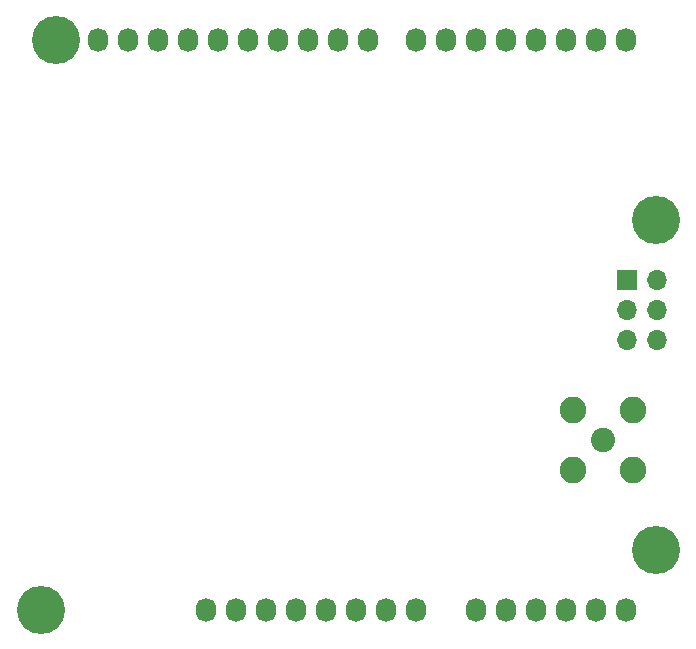
<source format=gbs>
G04 #@! TF.GenerationSoftware,KiCad,Pcbnew,5.1.6-c6e7f7d~87~ubuntu18.04.1*
G04 #@! TF.CreationDate,2020-08-10T00:51:21+02:00*
G04 #@! TF.ProjectId,MyGateway,4d794761-7465-4776-9179-2e6b69636164,rev?*
G04 #@! TF.SameCoordinates,Original*
G04 #@! TF.FileFunction,Soldermask,Bot*
G04 #@! TF.FilePolarity,Negative*
%FSLAX46Y46*%
G04 Gerber Fmt 4.6, Leading zero omitted, Abs format (unit mm)*
G04 Created by KiCad (PCBNEW 5.1.6-c6e7f7d~87~ubuntu18.04.1) date 2020-08-10 00:51:21*
%MOMM*%
%LPD*%
G01*
G04 APERTURE LIST*
%ADD10C,2.050000*%
%ADD11C,2.250000*%
%ADD12O,1.727200X2.032000*%
%ADD13C,4.064000*%
%ADD14R,1.700000X1.700000*%
%ADD15O,1.700000X1.700000*%
G04 APERTURE END LIST*
D10*
X172598000Y-109465000D03*
D11*
X175138000Y-106925000D03*
X170058000Y-106925000D03*
X170058000Y-112005000D03*
X175138000Y-112005000D03*
D12*
X138938000Y-123825000D03*
X141478000Y-123825000D03*
X144018000Y-123825000D03*
X146558000Y-123825000D03*
X149098000Y-123825000D03*
X151638000Y-123825000D03*
X154178000Y-123825000D03*
X156718000Y-123825000D03*
X161798000Y-123825000D03*
X164338000Y-123825000D03*
X166878000Y-123825000D03*
X169418000Y-123825000D03*
X171958000Y-123825000D03*
X174498000Y-123825000D03*
X129794000Y-75565000D03*
X132334000Y-75565000D03*
X134874000Y-75565000D03*
X137414000Y-75565000D03*
X139954000Y-75565000D03*
X142494000Y-75565000D03*
X145034000Y-75565000D03*
X147574000Y-75565000D03*
X150114000Y-75565000D03*
X152654000Y-75565000D03*
X156718000Y-75565000D03*
X159258000Y-75565000D03*
X161798000Y-75565000D03*
X164338000Y-75565000D03*
X166878000Y-75565000D03*
X169418000Y-75565000D03*
X171958000Y-75565000D03*
X174498000Y-75565000D03*
D13*
X124968000Y-123825000D03*
X177038000Y-118745000D03*
X126238000Y-75565000D03*
X177038000Y-90805000D03*
D14*
X174628000Y-95885000D03*
D15*
X177168000Y-95885000D03*
X174628000Y-98425000D03*
X177168000Y-98425000D03*
X174628000Y-100965000D03*
X177168000Y-100965000D03*
M02*

</source>
